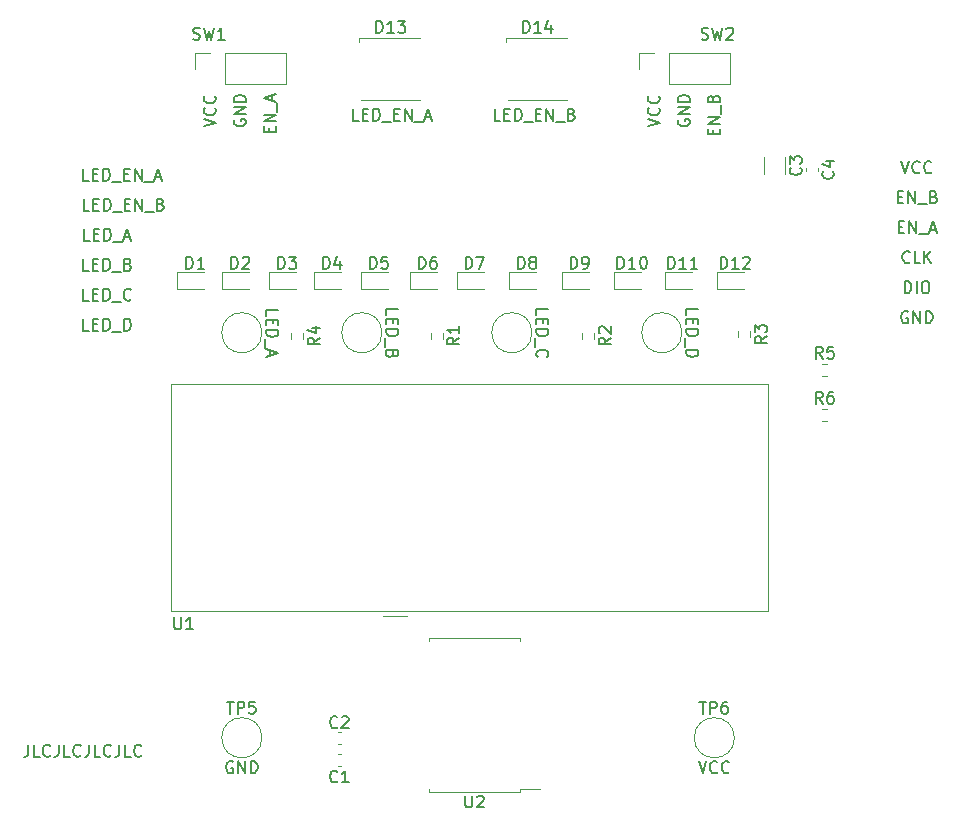
<source format=gbr>
%TF.GenerationSoftware,KiCad,Pcbnew,(5.1.7)-1*%
%TF.CreationDate,2021-04-06T19:20:52+02:00*%
%TF.ProjectId,central-panel,63656e74-7261-46c2-9d70-616e656c2e6b,rev?*%
%TF.SameCoordinates,Original*%
%TF.FileFunction,Legend,Top*%
%TF.FilePolarity,Positive*%
%FSLAX46Y46*%
G04 Gerber Fmt 4.6, Leading zero omitted, Abs format (unit mm)*
G04 Created by KiCad (PCBNEW (5.1.7)-1) date 2021-04-06 19:20:52*
%MOMM*%
%LPD*%
G01*
G04 APERTURE LIST*
%ADD10C,0.150000*%
%ADD11C,0.120000*%
G04 APERTURE END LIST*
D10*
X100774047Y-86832380D02*
X100297857Y-86832380D01*
X100297857Y-85832380D01*
X101107380Y-86308571D02*
X101440714Y-86308571D01*
X101583571Y-86832380D02*
X101107380Y-86832380D01*
X101107380Y-85832380D01*
X101583571Y-85832380D01*
X102012142Y-86832380D02*
X102012142Y-85832380D01*
X102250238Y-85832380D01*
X102393095Y-85880000D01*
X102488333Y-85975238D01*
X102535952Y-86070476D01*
X102583571Y-86260952D01*
X102583571Y-86403809D01*
X102535952Y-86594285D01*
X102488333Y-86689523D01*
X102393095Y-86784761D01*
X102250238Y-86832380D01*
X102012142Y-86832380D01*
X102774047Y-86927619D02*
X103535952Y-86927619D01*
X103774047Y-86308571D02*
X104107380Y-86308571D01*
X104250238Y-86832380D02*
X103774047Y-86832380D01*
X103774047Y-85832380D01*
X104250238Y-85832380D01*
X104678809Y-86832380D02*
X104678809Y-85832380D01*
X105250238Y-86832380D01*
X105250238Y-85832380D01*
X105488333Y-86927619D02*
X106250238Y-86927619D01*
X106821666Y-86308571D02*
X106964523Y-86356190D01*
X107012142Y-86403809D01*
X107059761Y-86499047D01*
X107059761Y-86641904D01*
X107012142Y-86737142D01*
X106964523Y-86784761D01*
X106869285Y-86832380D01*
X106488333Y-86832380D01*
X106488333Y-85832380D01*
X106821666Y-85832380D01*
X106916904Y-85880000D01*
X106964523Y-85927619D01*
X107012142Y-86022857D01*
X107012142Y-86118095D01*
X106964523Y-86213333D01*
X106916904Y-86260952D01*
X106821666Y-86308571D01*
X106488333Y-86308571D01*
X88780476Y-86832380D02*
X88304285Y-86832380D01*
X88304285Y-85832380D01*
X89113809Y-86308571D02*
X89447142Y-86308571D01*
X89590000Y-86832380D02*
X89113809Y-86832380D01*
X89113809Y-85832380D01*
X89590000Y-85832380D01*
X90018571Y-86832380D02*
X90018571Y-85832380D01*
X90256666Y-85832380D01*
X90399523Y-85880000D01*
X90494761Y-85975238D01*
X90542380Y-86070476D01*
X90590000Y-86260952D01*
X90590000Y-86403809D01*
X90542380Y-86594285D01*
X90494761Y-86689523D01*
X90399523Y-86784761D01*
X90256666Y-86832380D01*
X90018571Y-86832380D01*
X90780476Y-86927619D02*
X91542380Y-86927619D01*
X91780476Y-86308571D02*
X92113809Y-86308571D01*
X92256666Y-86832380D02*
X91780476Y-86832380D01*
X91780476Y-85832380D01*
X92256666Y-85832380D01*
X92685238Y-86832380D02*
X92685238Y-85832380D01*
X93256666Y-86832380D01*
X93256666Y-85832380D01*
X93494761Y-86927619D02*
X94256666Y-86927619D01*
X94447142Y-86546666D02*
X94923333Y-86546666D01*
X94351904Y-86832380D02*
X94685238Y-85832380D01*
X95018571Y-86832380D01*
X135278095Y-103025000D02*
X135182857Y-102977380D01*
X135040000Y-102977380D01*
X134897142Y-103025000D01*
X134801904Y-103120238D01*
X134754285Y-103215476D01*
X134706666Y-103405952D01*
X134706666Y-103548809D01*
X134754285Y-103739285D01*
X134801904Y-103834523D01*
X134897142Y-103929761D01*
X135040000Y-103977380D01*
X135135238Y-103977380D01*
X135278095Y-103929761D01*
X135325714Y-103882142D01*
X135325714Y-103548809D01*
X135135238Y-103548809D01*
X135754285Y-103977380D02*
X135754285Y-102977380D01*
X136325714Y-103977380D01*
X136325714Y-102977380D01*
X136801904Y-103977380D02*
X136801904Y-102977380D01*
X137040000Y-102977380D01*
X137182857Y-103025000D01*
X137278095Y-103120238D01*
X137325714Y-103215476D01*
X137373333Y-103405952D01*
X137373333Y-103548809D01*
X137325714Y-103739285D01*
X137278095Y-103834523D01*
X137182857Y-103929761D01*
X137040000Y-103977380D01*
X136801904Y-103977380D01*
X135016190Y-101437380D02*
X135016190Y-100437380D01*
X135254285Y-100437380D01*
X135397142Y-100485000D01*
X135492380Y-100580238D01*
X135540000Y-100675476D01*
X135587619Y-100865952D01*
X135587619Y-101008809D01*
X135540000Y-101199285D01*
X135492380Y-101294523D01*
X135397142Y-101389761D01*
X135254285Y-101437380D01*
X135016190Y-101437380D01*
X136016190Y-101437380D02*
X136016190Y-100437380D01*
X136682857Y-100437380D02*
X136873333Y-100437380D01*
X136968571Y-100485000D01*
X137063809Y-100580238D01*
X137111428Y-100770714D01*
X137111428Y-101104047D01*
X137063809Y-101294523D01*
X136968571Y-101389761D01*
X136873333Y-101437380D01*
X136682857Y-101437380D01*
X136587619Y-101389761D01*
X136492380Y-101294523D01*
X136444761Y-101104047D01*
X136444761Y-100770714D01*
X136492380Y-100580238D01*
X136587619Y-100485000D01*
X136682857Y-100437380D01*
X135444761Y-98802142D02*
X135397142Y-98849761D01*
X135254285Y-98897380D01*
X135159047Y-98897380D01*
X135016190Y-98849761D01*
X134920952Y-98754523D01*
X134873333Y-98659285D01*
X134825714Y-98468809D01*
X134825714Y-98325952D01*
X134873333Y-98135476D01*
X134920952Y-98040238D01*
X135016190Y-97945000D01*
X135159047Y-97897380D01*
X135254285Y-97897380D01*
X135397142Y-97945000D01*
X135444761Y-97992619D01*
X136349523Y-98897380D02*
X135873333Y-98897380D01*
X135873333Y-97897380D01*
X136682857Y-98897380D02*
X136682857Y-97897380D01*
X137254285Y-98897380D02*
X136825714Y-98325952D01*
X137254285Y-97897380D02*
X136682857Y-98468809D01*
X134492380Y-95833571D02*
X134825714Y-95833571D01*
X134968571Y-96357380D02*
X134492380Y-96357380D01*
X134492380Y-95357380D01*
X134968571Y-95357380D01*
X135397142Y-96357380D02*
X135397142Y-95357380D01*
X135968571Y-96357380D01*
X135968571Y-95357380D01*
X136206666Y-96452619D02*
X136968571Y-96452619D01*
X137159047Y-96071666D02*
X137635238Y-96071666D01*
X137063809Y-96357380D02*
X137397142Y-95357380D01*
X137730476Y-96357380D01*
X134420952Y-93293571D02*
X134754285Y-93293571D01*
X134897142Y-93817380D02*
X134420952Y-93817380D01*
X134420952Y-92817380D01*
X134897142Y-92817380D01*
X135325714Y-93817380D02*
X135325714Y-92817380D01*
X135897142Y-93817380D01*
X135897142Y-92817380D01*
X136135238Y-93912619D02*
X136897142Y-93912619D01*
X137468571Y-93293571D02*
X137611428Y-93341190D01*
X137659047Y-93388809D01*
X137706666Y-93484047D01*
X137706666Y-93626904D01*
X137659047Y-93722142D01*
X137611428Y-93769761D01*
X137516190Y-93817380D01*
X137135238Y-93817380D01*
X137135238Y-92817380D01*
X137468571Y-92817380D01*
X137563809Y-92865000D01*
X137611428Y-92912619D01*
X137659047Y-93007857D01*
X137659047Y-93103095D01*
X137611428Y-93198333D01*
X137563809Y-93245952D01*
X137468571Y-93293571D01*
X137135238Y-93293571D01*
X134706666Y-90277380D02*
X135040000Y-91277380D01*
X135373333Y-90277380D01*
X136278095Y-91182142D02*
X136230476Y-91229761D01*
X136087619Y-91277380D01*
X135992380Y-91277380D01*
X135849523Y-91229761D01*
X135754285Y-91134523D01*
X135706666Y-91039285D01*
X135659047Y-90848809D01*
X135659047Y-90705952D01*
X135706666Y-90515476D01*
X135754285Y-90420238D01*
X135849523Y-90325000D01*
X135992380Y-90277380D01*
X136087619Y-90277380D01*
X136230476Y-90325000D01*
X136278095Y-90372619D01*
X137278095Y-91182142D02*
X137230476Y-91229761D01*
X137087619Y-91277380D01*
X136992380Y-91277380D01*
X136849523Y-91229761D01*
X136754285Y-91134523D01*
X136706666Y-91039285D01*
X136659047Y-90848809D01*
X136659047Y-90705952D01*
X136706666Y-90515476D01*
X136754285Y-90420238D01*
X136849523Y-90325000D01*
X136992380Y-90277380D01*
X137087619Y-90277380D01*
X137230476Y-90325000D01*
X137278095Y-90372619D01*
X60808952Y-139680380D02*
X60808952Y-140394666D01*
X60761333Y-140537523D01*
X60666095Y-140632761D01*
X60523238Y-140680380D01*
X60428000Y-140680380D01*
X61761333Y-140680380D02*
X61285142Y-140680380D01*
X61285142Y-139680380D01*
X62666095Y-140585142D02*
X62618476Y-140632761D01*
X62475619Y-140680380D01*
X62380380Y-140680380D01*
X62237523Y-140632761D01*
X62142285Y-140537523D01*
X62094666Y-140442285D01*
X62047047Y-140251809D01*
X62047047Y-140108952D01*
X62094666Y-139918476D01*
X62142285Y-139823238D01*
X62237523Y-139728000D01*
X62380380Y-139680380D01*
X62475619Y-139680380D01*
X62618476Y-139728000D01*
X62666095Y-139775619D01*
X63380380Y-139680380D02*
X63380380Y-140394666D01*
X63332761Y-140537523D01*
X63237523Y-140632761D01*
X63094666Y-140680380D01*
X62999428Y-140680380D01*
X64332761Y-140680380D02*
X63856571Y-140680380D01*
X63856571Y-139680380D01*
X65237523Y-140585142D02*
X65189904Y-140632761D01*
X65047047Y-140680380D01*
X64951809Y-140680380D01*
X64808952Y-140632761D01*
X64713714Y-140537523D01*
X64666095Y-140442285D01*
X64618476Y-140251809D01*
X64618476Y-140108952D01*
X64666095Y-139918476D01*
X64713714Y-139823238D01*
X64808952Y-139728000D01*
X64951809Y-139680380D01*
X65047047Y-139680380D01*
X65189904Y-139728000D01*
X65237523Y-139775619D01*
X65951809Y-139680380D02*
X65951809Y-140394666D01*
X65904190Y-140537523D01*
X65808952Y-140632761D01*
X65666095Y-140680380D01*
X65570857Y-140680380D01*
X66904190Y-140680380D02*
X66428000Y-140680380D01*
X66428000Y-139680380D01*
X67808952Y-140585142D02*
X67761333Y-140632761D01*
X67618476Y-140680380D01*
X67523238Y-140680380D01*
X67380380Y-140632761D01*
X67285142Y-140537523D01*
X67237523Y-140442285D01*
X67189904Y-140251809D01*
X67189904Y-140108952D01*
X67237523Y-139918476D01*
X67285142Y-139823238D01*
X67380380Y-139728000D01*
X67523238Y-139680380D01*
X67618476Y-139680380D01*
X67761333Y-139728000D01*
X67808952Y-139775619D01*
X68523238Y-139680380D02*
X68523238Y-140394666D01*
X68475619Y-140537523D01*
X68380380Y-140632761D01*
X68237523Y-140680380D01*
X68142285Y-140680380D01*
X69475619Y-140680380D02*
X68999428Y-140680380D01*
X68999428Y-139680380D01*
X70380380Y-140585142D02*
X70332761Y-140632761D01*
X70189904Y-140680380D01*
X70094666Y-140680380D01*
X69951809Y-140632761D01*
X69856571Y-140537523D01*
X69808952Y-140442285D01*
X69761333Y-140251809D01*
X69761333Y-140108952D01*
X69808952Y-139918476D01*
X69856571Y-139823238D01*
X69951809Y-139728000D01*
X70094666Y-139680380D01*
X70189904Y-139680380D01*
X70332761Y-139728000D01*
X70380380Y-139775619D01*
X118823571Y-87999047D02*
X118823571Y-87665714D01*
X119347380Y-87522857D02*
X119347380Y-87999047D01*
X118347380Y-87999047D01*
X118347380Y-87522857D01*
X119347380Y-87094285D02*
X118347380Y-87094285D01*
X119347380Y-86522857D01*
X118347380Y-86522857D01*
X119442619Y-86284761D02*
X119442619Y-85522857D01*
X118823571Y-84951428D02*
X118871190Y-84808571D01*
X118918809Y-84760952D01*
X119014047Y-84713333D01*
X119156904Y-84713333D01*
X119252142Y-84760952D01*
X119299761Y-84808571D01*
X119347380Y-84903809D01*
X119347380Y-85284761D01*
X118347380Y-85284761D01*
X118347380Y-84951428D01*
X118395000Y-84856190D01*
X118442619Y-84808571D01*
X118537857Y-84760952D01*
X118633095Y-84760952D01*
X118728333Y-84808571D01*
X118775952Y-84856190D01*
X118823571Y-84951428D01*
X118823571Y-85284761D01*
X115855000Y-86760904D02*
X115807380Y-86856142D01*
X115807380Y-86999000D01*
X115855000Y-87141857D01*
X115950238Y-87237095D01*
X116045476Y-87284714D01*
X116235952Y-87332333D01*
X116378809Y-87332333D01*
X116569285Y-87284714D01*
X116664523Y-87237095D01*
X116759761Y-87141857D01*
X116807380Y-86999000D01*
X116807380Y-86903761D01*
X116759761Y-86760904D01*
X116712142Y-86713285D01*
X116378809Y-86713285D01*
X116378809Y-86903761D01*
X116807380Y-86284714D02*
X115807380Y-86284714D01*
X116807380Y-85713285D01*
X115807380Y-85713285D01*
X116807380Y-85237095D02*
X115807380Y-85237095D01*
X115807380Y-84999000D01*
X115855000Y-84856142D01*
X115950238Y-84760904D01*
X116045476Y-84713285D01*
X116235952Y-84665666D01*
X116378809Y-84665666D01*
X116569285Y-84713285D01*
X116664523Y-84760904D01*
X116759761Y-84856142D01*
X116807380Y-84999000D01*
X116807380Y-85237095D01*
X113267380Y-87332333D02*
X114267380Y-86999000D01*
X113267380Y-86665666D01*
X114172142Y-85760904D02*
X114219761Y-85808523D01*
X114267380Y-85951380D01*
X114267380Y-86046619D01*
X114219761Y-86189476D01*
X114124523Y-86284714D01*
X114029285Y-86332333D01*
X113838809Y-86379952D01*
X113695952Y-86379952D01*
X113505476Y-86332333D01*
X113410238Y-86284714D01*
X113315000Y-86189476D01*
X113267380Y-86046619D01*
X113267380Y-85951380D01*
X113315000Y-85808523D01*
X113362619Y-85760904D01*
X114172142Y-84760904D02*
X114219761Y-84808523D01*
X114267380Y-84951380D01*
X114267380Y-85046619D01*
X114219761Y-85189476D01*
X114124523Y-85284714D01*
X114029285Y-85332333D01*
X113838809Y-85379952D01*
X113695952Y-85379952D01*
X113505476Y-85332333D01*
X113410238Y-85284714D01*
X113315000Y-85189476D01*
X113267380Y-85046619D01*
X113267380Y-84951380D01*
X113315000Y-84808523D01*
X113362619Y-84760904D01*
X81231571Y-87800619D02*
X81231571Y-87467285D01*
X81755380Y-87324428D02*
X81755380Y-87800619D01*
X80755380Y-87800619D01*
X80755380Y-87324428D01*
X81755380Y-86895857D02*
X80755380Y-86895857D01*
X81755380Y-86324428D01*
X80755380Y-86324428D01*
X81850619Y-86086333D02*
X81850619Y-85324428D01*
X81469666Y-85133952D02*
X81469666Y-84657761D01*
X81755380Y-85229190D02*
X80755380Y-84895857D01*
X81755380Y-84562523D01*
X78263000Y-86760904D02*
X78215380Y-86856142D01*
X78215380Y-86999000D01*
X78263000Y-87141857D01*
X78358238Y-87237095D01*
X78453476Y-87284714D01*
X78643952Y-87332333D01*
X78786809Y-87332333D01*
X78977285Y-87284714D01*
X79072523Y-87237095D01*
X79167761Y-87141857D01*
X79215380Y-86999000D01*
X79215380Y-86903761D01*
X79167761Y-86760904D01*
X79120142Y-86713285D01*
X78786809Y-86713285D01*
X78786809Y-86903761D01*
X79215380Y-86284714D02*
X78215380Y-86284714D01*
X79215380Y-85713285D01*
X78215380Y-85713285D01*
X79215380Y-85237095D02*
X78215380Y-85237095D01*
X78215380Y-84999000D01*
X78263000Y-84856142D01*
X78358238Y-84760904D01*
X78453476Y-84713285D01*
X78643952Y-84665666D01*
X78786809Y-84665666D01*
X78977285Y-84713285D01*
X79072523Y-84760904D01*
X79167761Y-84856142D01*
X79215380Y-84999000D01*
X79215380Y-85237095D01*
X75675380Y-87332333D02*
X76675380Y-86999000D01*
X75675380Y-86665666D01*
X76580142Y-85760904D02*
X76627761Y-85808523D01*
X76675380Y-85951380D01*
X76675380Y-86046619D01*
X76627761Y-86189476D01*
X76532523Y-86284714D01*
X76437285Y-86332333D01*
X76246809Y-86379952D01*
X76103952Y-86379952D01*
X75913476Y-86332333D01*
X75818238Y-86284714D01*
X75723000Y-86189476D01*
X75675380Y-86046619D01*
X75675380Y-85951380D01*
X75723000Y-85808523D01*
X75770619Y-85760904D01*
X76580142Y-84760904D02*
X76627761Y-84808523D01*
X76675380Y-84951380D01*
X76675380Y-85046619D01*
X76627761Y-85189476D01*
X76532523Y-85284714D01*
X76437285Y-85332333D01*
X76246809Y-85379952D01*
X76103952Y-85379952D01*
X75913476Y-85332333D01*
X75818238Y-85284714D01*
X75723000Y-85189476D01*
X75675380Y-85046619D01*
X75675380Y-84951380D01*
X75723000Y-84808523D01*
X75770619Y-84760904D01*
X65936190Y-104612380D02*
X65460000Y-104612380D01*
X65460000Y-103612380D01*
X66269523Y-104088571D02*
X66602857Y-104088571D01*
X66745714Y-104612380D02*
X66269523Y-104612380D01*
X66269523Y-103612380D01*
X66745714Y-103612380D01*
X67174285Y-104612380D02*
X67174285Y-103612380D01*
X67412380Y-103612380D01*
X67555238Y-103660000D01*
X67650476Y-103755238D01*
X67698095Y-103850476D01*
X67745714Y-104040952D01*
X67745714Y-104183809D01*
X67698095Y-104374285D01*
X67650476Y-104469523D01*
X67555238Y-104564761D01*
X67412380Y-104612380D01*
X67174285Y-104612380D01*
X67936190Y-104707619D02*
X68698095Y-104707619D01*
X68936190Y-104612380D02*
X68936190Y-103612380D01*
X69174285Y-103612380D01*
X69317142Y-103660000D01*
X69412380Y-103755238D01*
X69460000Y-103850476D01*
X69507619Y-104040952D01*
X69507619Y-104183809D01*
X69460000Y-104374285D01*
X69412380Y-104469523D01*
X69317142Y-104564761D01*
X69174285Y-104612380D01*
X68936190Y-104612380D01*
X65936190Y-102072380D02*
X65460000Y-102072380D01*
X65460000Y-101072380D01*
X66269523Y-101548571D02*
X66602857Y-101548571D01*
X66745714Y-102072380D02*
X66269523Y-102072380D01*
X66269523Y-101072380D01*
X66745714Y-101072380D01*
X67174285Y-102072380D02*
X67174285Y-101072380D01*
X67412380Y-101072380D01*
X67555238Y-101120000D01*
X67650476Y-101215238D01*
X67698095Y-101310476D01*
X67745714Y-101500952D01*
X67745714Y-101643809D01*
X67698095Y-101834285D01*
X67650476Y-101929523D01*
X67555238Y-102024761D01*
X67412380Y-102072380D01*
X67174285Y-102072380D01*
X67936190Y-102167619D02*
X68698095Y-102167619D01*
X69507619Y-101977142D02*
X69460000Y-102024761D01*
X69317142Y-102072380D01*
X69221904Y-102072380D01*
X69079047Y-102024761D01*
X68983809Y-101929523D01*
X68936190Y-101834285D01*
X68888571Y-101643809D01*
X68888571Y-101500952D01*
X68936190Y-101310476D01*
X68983809Y-101215238D01*
X69079047Y-101120000D01*
X69221904Y-101072380D01*
X69317142Y-101072380D01*
X69460000Y-101120000D01*
X69507619Y-101167619D01*
X65936190Y-99532380D02*
X65460000Y-99532380D01*
X65460000Y-98532380D01*
X66269523Y-99008571D02*
X66602857Y-99008571D01*
X66745714Y-99532380D02*
X66269523Y-99532380D01*
X66269523Y-98532380D01*
X66745714Y-98532380D01*
X67174285Y-99532380D02*
X67174285Y-98532380D01*
X67412380Y-98532380D01*
X67555238Y-98580000D01*
X67650476Y-98675238D01*
X67698095Y-98770476D01*
X67745714Y-98960952D01*
X67745714Y-99103809D01*
X67698095Y-99294285D01*
X67650476Y-99389523D01*
X67555238Y-99484761D01*
X67412380Y-99532380D01*
X67174285Y-99532380D01*
X67936190Y-99627619D02*
X68698095Y-99627619D01*
X69269523Y-99008571D02*
X69412380Y-99056190D01*
X69460000Y-99103809D01*
X69507619Y-99199047D01*
X69507619Y-99341904D01*
X69460000Y-99437142D01*
X69412380Y-99484761D01*
X69317142Y-99532380D01*
X68936190Y-99532380D01*
X68936190Y-98532380D01*
X69269523Y-98532380D01*
X69364761Y-98580000D01*
X69412380Y-98627619D01*
X69460000Y-98722857D01*
X69460000Y-98818095D01*
X69412380Y-98913333D01*
X69364761Y-98960952D01*
X69269523Y-99008571D01*
X68936190Y-99008571D01*
X66007619Y-96992380D02*
X65531428Y-96992380D01*
X65531428Y-95992380D01*
X66340952Y-96468571D02*
X66674285Y-96468571D01*
X66817142Y-96992380D02*
X66340952Y-96992380D01*
X66340952Y-95992380D01*
X66817142Y-95992380D01*
X67245714Y-96992380D02*
X67245714Y-95992380D01*
X67483809Y-95992380D01*
X67626666Y-96040000D01*
X67721904Y-96135238D01*
X67769523Y-96230476D01*
X67817142Y-96420952D01*
X67817142Y-96563809D01*
X67769523Y-96754285D01*
X67721904Y-96849523D01*
X67626666Y-96944761D01*
X67483809Y-96992380D01*
X67245714Y-96992380D01*
X68007619Y-97087619D02*
X68769523Y-97087619D01*
X68960000Y-96706666D02*
X69436190Y-96706666D01*
X68864761Y-96992380D02*
X69198095Y-95992380D01*
X69531428Y-96992380D01*
X65976047Y-94452380D02*
X65499857Y-94452380D01*
X65499857Y-93452380D01*
X66309380Y-93928571D02*
X66642714Y-93928571D01*
X66785571Y-94452380D02*
X66309380Y-94452380D01*
X66309380Y-93452380D01*
X66785571Y-93452380D01*
X67214142Y-94452380D02*
X67214142Y-93452380D01*
X67452238Y-93452380D01*
X67595095Y-93500000D01*
X67690333Y-93595238D01*
X67737952Y-93690476D01*
X67785571Y-93880952D01*
X67785571Y-94023809D01*
X67737952Y-94214285D01*
X67690333Y-94309523D01*
X67595095Y-94404761D01*
X67452238Y-94452380D01*
X67214142Y-94452380D01*
X67976047Y-94547619D02*
X68737952Y-94547619D01*
X68976047Y-93928571D02*
X69309380Y-93928571D01*
X69452238Y-94452380D02*
X68976047Y-94452380D01*
X68976047Y-93452380D01*
X69452238Y-93452380D01*
X69880809Y-94452380D02*
X69880809Y-93452380D01*
X70452238Y-94452380D01*
X70452238Y-93452380D01*
X70690333Y-94547619D02*
X71452238Y-94547619D01*
X72023666Y-93928571D02*
X72166523Y-93976190D01*
X72214142Y-94023809D01*
X72261761Y-94119047D01*
X72261761Y-94261904D01*
X72214142Y-94357142D01*
X72166523Y-94404761D01*
X72071285Y-94452380D01*
X71690333Y-94452380D01*
X71690333Y-93452380D01*
X72023666Y-93452380D01*
X72118904Y-93500000D01*
X72166523Y-93547619D01*
X72214142Y-93642857D01*
X72214142Y-93738095D01*
X72166523Y-93833333D01*
X72118904Y-93880952D01*
X72023666Y-93928571D01*
X71690333Y-93928571D01*
X65920476Y-91912380D02*
X65444285Y-91912380D01*
X65444285Y-90912380D01*
X66253809Y-91388571D02*
X66587142Y-91388571D01*
X66730000Y-91912380D02*
X66253809Y-91912380D01*
X66253809Y-90912380D01*
X66730000Y-90912380D01*
X67158571Y-91912380D02*
X67158571Y-90912380D01*
X67396666Y-90912380D01*
X67539523Y-90960000D01*
X67634761Y-91055238D01*
X67682380Y-91150476D01*
X67730000Y-91340952D01*
X67730000Y-91483809D01*
X67682380Y-91674285D01*
X67634761Y-91769523D01*
X67539523Y-91864761D01*
X67396666Y-91912380D01*
X67158571Y-91912380D01*
X67920476Y-92007619D02*
X68682380Y-92007619D01*
X68920476Y-91388571D02*
X69253809Y-91388571D01*
X69396666Y-91912380D02*
X68920476Y-91912380D01*
X68920476Y-90912380D01*
X69396666Y-90912380D01*
X69825238Y-91912380D02*
X69825238Y-90912380D01*
X70396666Y-91912380D01*
X70396666Y-90912380D01*
X70634761Y-92007619D02*
X71396666Y-92007619D01*
X71587142Y-91626666D02*
X72063333Y-91626666D01*
X71491904Y-91912380D02*
X71825238Y-90912380D01*
X72158571Y-91912380D01*
X116537619Y-103271190D02*
X116537619Y-102795000D01*
X117537619Y-102795000D01*
X117061428Y-103604523D02*
X117061428Y-103937857D01*
X116537619Y-104080714D02*
X116537619Y-103604523D01*
X117537619Y-103604523D01*
X117537619Y-104080714D01*
X116537619Y-104509285D02*
X117537619Y-104509285D01*
X117537619Y-104747380D01*
X117490000Y-104890238D01*
X117394761Y-104985476D01*
X117299523Y-105033095D01*
X117109047Y-105080714D01*
X116966190Y-105080714D01*
X116775714Y-105033095D01*
X116680476Y-104985476D01*
X116585238Y-104890238D01*
X116537619Y-104747380D01*
X116537619Y-104509285D01*
X116442380Y-105271190D02*
X116442380Y-106033095D01*
X116537619Y-106271190D02*
X117537619Y-106271190D01*
X117537619Y-106509285D01*
X117490000Y-106652142D01*
X117394761Y-106747380D01*
X117299523Y-106795000D01*
X117109047Y-106842619D01*
X116966190Y-106842619D01*
X116775714Y-106795000D01*
X116680476Y-106747380D01*
X116585238Y-106652142D01*
X116537619Y-106509285D01*
X116537619Y-106271190D01*
X103837619Y-103271190D02*
X103837619Y-102795000D01*
X104837619Y-102795000D01*
X104361428Y-103604523D02*
X104361428Y-103937857D01*
X103837619Y-104080714D02*
X103837619Y-103604523D01*
X104837619Y-103604523D01*
X104837619Y-104080714D01*
X103837619Y-104509285D02*
X104837619Y-104509285D01*
X104837619Y-104747380D01*
X104790000Y-104890238D01*
X104694761Y-104985476D01*
X104599523Y-105033095D01*
X104409047Y-105080714D01*
X104266190Y-105080714D01*
X104075714Y-105033095D01*
X103980476Y-104985476D01*
X103885238Y-104890238D01*
X103837619Y-104747380D01*
X103837619Y-104509285D01*
X103742380Y-105271190D02*
X103742380Y-106033095D01*
X103932857Y-106842619D02*
X103885238Y-106795000D01*
X103837619Y-106652142D01*
X103837619Y-106556904D01*
X103885238Y-106414047D01*
X103980476Y-106318809D01*
X104075714Y-106271190D01*
X104266190Y-106223571D01*
X104409047Y-106223571D01*
X104599523Y-106271190D01*
X104694761Y-106318809D01*
X104790000Y-106414047D01*
X104837619Y-106556904D01*
X104837619Y-106652142D01*
X104790000Y-106795000D01*
X104742380Y-106842619D01*
X91137619Y-103271190D02*
X91137619Y-102795000D01*
X92137619Y-102795000D01*
X91661428Y-103604523D02*
X91661428Y-103937857D01*
X91137619Y-104080714D02*
X91137619Y-103604523D01*
X92137619Y-103604523D01*
X92137619Y-104080714D01*
X91137619Y-104509285D02*
X92137619Y-104509285D01*
X92137619Y-104747380D01*
X92090000Y-104890238D01*
X91994761Y-104985476D01*
X91899523Y-105033095D01*
X91709047Y-105080714D01*
X91566190Y-105080714D01*
X91375714Y-105033095D01*
X91280476Y-104985476D01*
X91185238Y-104890238D01*
X91137619Y-104747380D01*
X91137619Y-104509285D01*
X91042380Y-105271190D02*
X91042380Y-106033095D01*
X91661428Y-106604523D02*
X91613809Y-106747380D01*
X91566190Y-106795000D01*
X91470952Y-106842619D01*
X91328095Y-106842619D01*
X91232857Y-106795000D01*
X91185238Y-106747380D01*
X91137619Y-106652142D01*
X91137619Y-106271190D01*
X92137619Y-106271190D01*
X92137619Y-106604523D01*
X92090000Y-106699761D01*
X92042380Y-106747380D01*
X91947142Y-106795000D01*
X91851904Y-106795000D01*
X91756666Y-106747380D01*
X91709047Y-106699761D01*
X91661428Y-106604523D01*
X91661428Y-106271190D01*
X80977619Y-103342619D02*
X80977619Y-102866428D01*
X81977619Y-102866428D01*
X81501428Y-103675952D02*
X81501428Y-104009285D01*
X80977619Y-104152142D02*
X80977619Y-103675952D01*
X81977619Y-103675952D01*
X81977619Y-104152142D01*
X80977619Y-104580714D02*
X81977619Y-104580714D01*
X81977619Y-104818809D01*
X81930000Y-104961666D01*
X81834761Y-105056904D01*
X81739523Y-105104523D01*
X81549047Y-105152142D01*
X81406190Y-105152142D01*
X81215714Y-105104523D01*
X81120476Y-105056904D01*
X81025238Y-104961666D01*
X80977619Y-104818809D01*
X80977619Y-104580714D01*
X80882380Y-105342619D02*
X80882380Y-106104523D01*
X81263333Y-106295000D02*
X81263333Y-106771190D01*
X80977619Y-106199761D02*
X81977619Y-106533095D01*
X80977619Y-106866428D01*
X117561666Y-141077380D02*
X117895000Y-142077380D01*
X118228333Y-141077380D01*
X119133095Y-141982142D02*
X119085476Y-142029761D01*
X118942619Y-142077380D01*
X118847380Y-142077380D01*
X118704523Y-142029761D01*
X118609285Y-141934523D01*
X118561666Y-141839285D01*
X118514047Y-141648809D01*
X118514047Y-141505952D01*
X118561666Y-141315476D01*
X118609285Y-141220238D01*
X118704523Y-141125000D01*
X118847380Y-141077380D01*
X118942619Y-141077380D01*
X119085476Y-141125000D01*
X119133095Y-141172619D01*
X120133095Y-141982142D02*
X120085476Y-142029761D01*
X119942619Y-142077380D01*
X119847380Y-142077380D01*
X119704523Y-142029761D01*
X119609285Y-141934523D01*
X119561666Y-141839285D01*
X119514047Y-141648809D01*
X119514047Y-141505952D01*
X119561666Y-141315476D01*
X119609285Y-141220238D01*
X119704523Y-141125000D01*
X119847380Y-141077380D01*
X119942619Y-141077380D01*
X120085476Y-141125000D01*
X120133095Y-141172619D01*
X78128095Y-141125000D02*
X78032857Y-141077380D01*
X77890000Y-141077380D01*
X77747142Y-141125000D01*
X77651904Y-141220238D01*
X77604285Y-141315476D01*
X77556666Y-141505952D01*
X77556666Y-141648809D01*
X77604285Y-141839285D01*
X77651904Y-141934523D01*
X77747142Y-142029761D01*
X77890000Y-142077380D01*
X77985238Y-142077380D01*
X78128095Y-142029761D01*
X78175714Y-141982142D01*
X78175714Y-141648809D01*
X77985238Y-141648809D01*
X78604285Y-142077380D02*
X78604285Y-141077380D01*
X79175714Y-142077380D01*
X79175714Y-141077380D01*
X79651904Y-142077380D02*
X79651904Y-141077380D01*
X79890000Y-141077380D01*
X80032857Y-141125000D01*
X80128095Y-141220238D01*
X80175714Y-141315476D01*
X80223333Y-141505952D01*
X80223333Y-141648809D01*
X80175714Y-141839285D01*
X80128095Y-141934523D01*
X80032857Y-142029761D01*
X79890000Y-142077380D01*
X79651904Y-142077380D01*
D11*
%TO.C,C3*%
X124885000Y-89937748D02*
X124885000Y-91360252D01*
X123065000Y-89937748D02*
X123065000Y-91360252D01*
%TO.C,TP6*%
X120595000Y-139085000D02*
G75*
G03*
X120595000Y-139085000I-1700000J0D01*
G01*
%TO.C,U2*%
X102435000Y-143455000D02*
X104125000Y-143455000D01*
X102435000Y-143690000D02*
X102435000Y-143455000D01*
X98575000Y-143690000D02*
X102435000Y-143690000D01*
X94715000Y-143690000D02*
X94715000Y-143455000D01*
X98575000Y-143690000D02*
X94715000Y-143690000D01*
X102435000Y-130670000D02*
X102435000Y-130905000D01*
X98575000Y-130670000D02*
X102435000Y-130670000D01*
X94715000Y-130670000D02*
X94715000Y-130905000D01*
X98575000Y-130670000D02*
X94715000Y-130670000D01*
%TO.C,R6*%
X127992742Y-112302500D02*
X128467258Y-112302500D01*
X127992742Y-111257500D02*
X128467258Y-111257500D01*
%TO.C,R5*%
X127992742Y-108492500D02*
X128467258Y-108492500D01*
X127992742Y-107447500D02*
X128467258Y-107447500D01*
%TO.C,C4*%
X126640000Y-90824420D02*
X126640000Y-91105580D01*
X127660000Y-90824420D02*
X127660000Y-91105580D01*
%TO.C,C2*%
X87285580Y-138575000D02*
X87004420Y-138575000D01*
X87285580Y-139595000D02*
X87004420Y-139595000D01*
%TO.C,C1*%
X87285580Y-140480000D02*
X87004420Y-140480000D01*
X87285580Y-141500000D02*
X87004420Y-141500000D01*
%TO.C,TP5*%
X80590000Y-139085000D02*
G75*
G03*
X80590000Y-139085000I-1700000J0D01*
G01*
%TO.C,TP4*%
X116150000Y-104795000D02*
G75*
G03*
X116150000Y-104795000I-1700000J0D01*
G01*
%TO.C,TP3*%
X103450000Y-104795000D02*
G75*
G03*
X103450000Y-104795000I-1700000J0D01*
G01*
%TO.C,TP2*%
X90750000Y-104795000D02*
G75*
G03*
X90750000Y-104795000I-1700000J0D01*
G01*
%TO.C,TP1*%
X80590000Y-104795000D02*
G75*
G03*
X80590000Y-104795000I-1700000J0D01*
G01*
%TO.C,D14*%
X101289000Y-80143000D02*
X101289000Y-79823000D01*
X101409000Y-85063000D02*
X106409000Y-85063000D01*
X101289000Y-79823000D02*
X106409000Y-79823000D01*
%TO.C,D13*%
X88843000Y-80143000D02*
X88843000Y-79823000D01*
X88963000Y-85063000D02*
X93963000Y-85063000D01*
X88843000Y-79823000D02*
X93963000Y-79823000D01*
%TO.C,U1*%
X90844000Y-128765000D02*
X92844000Y-128765000D01*
X123464000Y-109145000D02*
X72924000Y-109145000D01*
X123464000Y-128385000D02*
X123464000Y-109145000D01*
X72924000Y-128385000D02*
X123464000Y-128385000D01*
X72924000Y-128385000D02*
X72924000Y-109145000D01*
%TO.C,SW2*%
X115085000Y-83773000D02*
X115085000Y-81113000D01*
X115085000Y-83773000D02*
X120225000Y-83773000D01*
X120225000Y-83773000D02*
X120225000Y-81113000D01*
X115085000Y-81113000D02*
X120225000Y-81113000D01*
X112485000Y-81113000D02*
X113815000Y-81113000D01*
X112485000Y-82443000D02*
X112485000Y-81113000D01*
%TO.C,SW1*%
X77493000Y-83773000D02*
X77493000Y-81113000D01*
X77493000Y-83773000D02*
X82633000Y-83773000D01*
X82633000Y-83773000D02*
X82633000Y-81113000D01*
X77493000Y-81113000D02*
X82633000Y-81113000D01*
X74893000Y-81113000D02*
X76223000Y-81113000D01*
X74893000Y-82443000D02*
X74893000Y-81113000D01*
%TO.C,R4*%
X83066500Y-104811742D02*
X83066500Y-105286258D01*
X84111500Y-104811742D02*
X84111500Y-105286258D01*
%TO.C,R3*%
X120912500Y-104684742D02*
X120912500Y-105159258D01*
X121957500Y-104684742D02*
X121957500Y-105159258D01*
%TO.C,R2*%
X107704500Y-104811742D02*
X107704500Y-105286258D01*
X108749500Y-104811742D02*
X108749500Y-105286258D01*
%TO.C,R1*%
X94877500Y-104811742D02*
X94877500Y-105286258D01*
X95922500Y-104811742D02*
X95922500Y-105286258D01*
%TO.C,D12*%
X119162500Y-101085000D02*
X121447500Y-101085000D01*
X119162500Y-99615000D02*
X119162500Y-101085000D01*
X121447500Y-99615000D02*
X119162500Y-99615000D01*
%TO.C,D11*%
X114717500Y-101085000D02*
X117002500Y-101085000D01*
X114717500Y-99615000D02*
X114717500Y-101085000D01*
X117002500Y-99615000D02*
X114717500Y-99615000D01*
%TO.C,D10*%
X110425000Y-101085000D02*
X112710000Y-101085000D01*
X110425000Y-99615000D02*
X110425000Y-101085000D01*
X112710000Y-99615000D02*
X110425000Y-99615000D01*
%TO.C,D9*%
X105980000Y-101085000D02*
X108265000Y-101085000D01*
X105980000Y-99615000D02*
X105980000Y-101085000D01*
X108265000Y-99615000D02*
X105980000Y-99615000D01*
%TO.C,D8*%
X101535000Y-101085000D02*
X103820000Y-101085000D01*
X101535000Y-99615000D02*
X101535000Y-101085000D01*
X103820000Y-99615000D02*
X101535000Y-99615000D01*
%TO.C,D7*%
X97090000Y-101085000D02*
X99375000Y-101085000D01*
X97090000Y-99615000D02*
X97090000Y-101085000D01*
X99375000Y-99615000D02*
X97090000Y-99615000D01*
%TO.C,D6*%
X93127500Y-101085000D02*
X95412500Y-101085000D01*
X93127500Y-99615000D02*
X93127500Y-101085000D01*
X95412500Y-99615000D02*
X93127500Y-99615000D01*
%TO.C,D5*%
X88987500Y-101085000D02*
X91272500Y-101085000D01*
X88987500Y-99615000D02*
X88987500Y-101085000D01*
X91272500Y-99615000D02*
X88987500Y-99615000D01*
%TO.C,D4*%
X85025000Y-101085000D02*
X87310000Y-101085000D01*
X85025000Y-99615000D02*
X85025000Y-101085000D01*
X87310000Y-99615000D02*
X85025000Y-99615000D01*
%TO.C,D3*%
X81215000Y-101085000D02*
X83500000Y-101085000D01*
X81215000Y-99615000D02*
X81215000Y-101085000D01*
X83500000Y-99615000D02*
X81215000Y-99615000D01*
%TO.C,D2*%
X77252500Y-101085000D02*
X79537500Y-101085000D01*
X77252500Y-99615000D02*
X77252500Y-101085000D01*
X79537500Y-99615000D02*
X77252500Y-99615000D01*
%TO.C,D1*%
X73442500Y-101085000D02*
X75727500Y-101085000D01*
X73442500Y-99615000D02*
X73442500Y-101085000D01*
X75727500Y-99615000D02*
X73442500Y-99615000D01*
%TO.C,C3*%
D10*
X126182142Y-90815666D02*
X126229761Y-90863285D01*
X126277380Y-91006142D01*
X126277380Y-91101380D01*
X126229761Y-91244238D01*
X126134523Y-91339476D01*
X126039285Y-91387095D01*
X125848809Y-91434714D01*
X125705952Y-91434714D01*
X125515476Y-91387095D01*
X125420238Y-91339476D01*
X125325000Y-91244238D01*
X125277380Y-91101380D01*
X125277380Y-91006142D01*
X125325000Y-90863285D01*
X125372619Y-90815666D01*
X125277380Y-90482333D02*
X125277380Y-89863285D01*
X125658333Y-90196619D01*
X125658333Y-90053761D01*
X125705952Y-89958523D01*
X125753571Y-89910904D01*
X125848809Y-89863285D01*
X126086904Y-89863285D01*
X126182142Y-89910904D01*
X126229761Y-89958523D01*
X126277380Y-90053761D01*
X126277380Y-90339476D01*
X126229761Y-90434714D01*
X126182142Y-90482333D01*
%TO.C,TP6*%
X117633095Y-136039380D02*
X118204523Y-136039380D01*
X117918809Y-137039380D02*
X117918809Y-136039380D01*
X118537857Y-137039380D02*
X118537857Y-136039380D01*
X118918809Y-136039380D01*
X119014047Y-136087000D01*
X119061666Y-136134619D01*
X119109285Y-136229857D01*
X119109285Y-136372714D01*
X119061666Y-136467952D01*
X119014047Y-136515571D01*
X118918809Y-136563190D01*
X118537857Y-136563190D01*
X119966428Y-136039380D02*
X119775952Y-136039380D01*
X119680714Y-136087000D01*
X119633095Y-136134619D01*
X119537857Y-136277476D01*
X119490238Y-136467952D01*
X119490238Y-136848904D01*
X119537857Y-136944142D01*
X119585476Y-136991761D01*
X119680714Y-137039380D01*
X119871190Y-137039380D01*
X119966428Y-136991761D01*
X120014047Y-136944142D01*
X120061666Y-136848904D01*
X120061666Y-136610809D01*
X120014047Y-136515571D01*
X119966428Y-136467952D01*
X119871190Y-136420333D01*
X119680714Y-136420333D01*
X119585476Y-136467952D01*
X119537857Y-136515571D01*
X119490238Y-136610809D01*
%TO.C,U2*%
X97813095Y-143982380D02*
X97813095Y-144791904D01*
X97860714Y-144887142D01*
X97908333Y-144934761D01*
X98003571Y-144982380D01*
X98194047Y-144982380D01*
X98289285Y-144934761D01*
X98336904Y-144887142D01*
X98384523Y-144791904D01*
X98384523Y-143982380D01*
X98813095Y-144077619D02*
X98860714Y-144030000D01*
X98955952Y-143982380D01*
X99194047Y-143982380D01*
X99289285Y-144030000D01*
X99336904Y-144077619D01*
X99384523Y-144172857D01*
X99384523Y-144268095D01*
X99336904Y-144410952D01*
X98765476Y-144982380D01*
X99384523Y-144982380D01*
%TO.C,R6*%
X128063333Y-110802380D02*
X127730000Y-110326190D01*
X127491904Y-110802380D02*
X127491904Y-109802380D01*
X127872857Y-109802380D01*
X127968095Y-109850000D01*
X128015714Y-109897619D01*
X128063333Y-109992857D01*
X128063333Y-110135714D01*
X128015714Y-110230952D01*
X127968095Y-110278571D01*
X127872857Y-110326190D01*
X127491904Y-110326190D01*
X128920476Y-109802380D02*
X128730000Y-109802380D01*
X128634761Y-109850000D01*
X128587142Y-109897619D01*
X128491904Y-110040476D01*
X128444285Y-110230952D01*
X128444285Y-110611904D01*
X128491904Y-110707142D01*
X128539523Y-110754761D01*
X128634761Y-110802380D01*
X128825238Y-110802380D01*
X128920476Y-110754761D01*
X128968095Y-110707142D01*
X129015714Y-110611904D01*
X129015714Y-110373809D01*
X128968095Y-110278571D01*
X128920476Y-110230952D01*
X128825238Y-110183333D01*
X128634761Y-110183333D01*
X128539523Y-110230952D01*
X128491904Y-110278571D01*
X128444285Y-110373809D01*
%TO.C,R5*%
X128063333Y-106992380D02*
X127730000Y-106516190D01*
X127491904Y-106992380D02*
X127491904Y-105992380D01*
X127872857Y-105992380D01*
X127968095Y-106040000D01*
X128015714Y-106087619D01*
X128063333Y-106182857D01*
X128063333Y-106325714D01*
X128015714Y-106420952D01*
X127968095Y-106468571D01*
X127872857Y-106516190D01*
X127491904Y-106516190D01*
X128968095Y-105992380D02*
X128491904Y-105992380D01*
X128444285Y-106468571D01*
X128491904Y-106420952D01*
X128587142Y-106373333D01*
X128825238Y-106373333D01*
X128920476Y-106420952D01*
X128968095Y-106468571D01*
X129015714Y-106563809D01*
X129015714Y-106801904D01*
X128968095Y-106897142D01*
X128920476Y-106944761D01*
X128825238Y-106992380D01*
X128587142Y-106992380D01*
X128491904Y-106944761D01*
X128444285Y-106897142D01*
%TO.C,C4*%
X128937142Y-91131666D02*
X128984761Y-91179285D01*
X129032380Y-91322142D01*
X129032380Y-91417380D01*
X128984761Y-91560238D01*
X128889523Y-91655476D01*
X128794285Y-91703095D01*
X128603809Y-91750714D01*
X128460952Y-91750714D01*
X128270476Y-91703095D01*
X128175238Y-91655476D01*
X128080000Y-91560238D01*
X128032380Y-91417380D01*
X128032380Y-91322142D01*
X128080000Y-91179285D01*
X128127619Y-91131666D01*
X128365714Y-90274523D02*
X129032380Y-90274523D01*
X127984761Y-90512619D02*
X128699047Y-90750714D01*
X128699047Y-90131666D01*
%TO.C,C2*%
X86978333Y-138172142D02*
X86930714Y-138219761D01*
X86787857Y-138267380D01*
X86692619Y-138267380D01*
X86549761Y-138219761D01*
X86454523Y-138124523D01*
X86406904Y-138029285D01*
X86359285Y-137838809D01*
X86359285Y-137695952D01*
X86406904Y-137505476D01*
X86454523Y-137410238D01*
X86549761Y-137315000D01*
X86692619Y-137267380D01*
X86787857Y-137267380D01*
X86930714Y-137315000D01*
X86978333Y-137362619D01*
X87359285Y-137362619D02*
X87406904Y-137315000D01*
X87502142Y-137267380D01*
X87740238Y-137267380D01*
X87835476Y-137315000D01*
X87883095Y-137362619D01*
X87930714Y-137457857D01*
X87930714Y-137553095D01*
X87883095Y-137695952D01*
X87311666Y-138267380D01*
X87930714Y-138267380D01*
%TO.C,C1*%
X86978333Y-142777142D02*
X86930714Y-142824761D01*
X86787857Y-142872380D01*
X86692619Y-142872380D01*
X86549761Y-142824761D01*
X86454523Y-142729523D01*
X86406904Y-142634285D01*
X86359285Y-142443809D01*
X86359285Y-142300952D01*
X86406904Y-142110476D01*
X86454523Y-142015238D01*
X86549761Y-141920000D01*
X86692619Y-141872380D01*
X86787857Y-141872380D01*
X86930714Y-141920000D01*
X86978333Y-141967619D01*
X87930714Y-142872380D02*
X87359285Y-142872380D01*
X87645000Y-142872380D02*
X87645000Y-141872380D01*
X87549761Y-142015238D01*
X87454523Y-142110476D01*
X87359285Y-142158095D01*
%TO.C,TP5*%
X77628095Y-136039380D02*
X78199523Y-136039380D01*
X77913809Y-137039380D02*
X77913809Y-136039380D01*
X78532857Y-137039380D02*
X78532857Y-136039380D01*
X78913809Y-136039380D01*
X79009047Y-136087000D01*
X79056666Y-136134619D01*
X79104285Y-136229857D01*
X79104285Y-136372714D01*
X79056666Y-136467952D01*
X79009047Y-136515571D01*
X78913809Y-136563190D01*
X78532857Y-136563190D01*
X80009047Y-136039380D02*
X79532857Y-136039380D01*
X79485238Y-136515571D01*
X79532857Y-136467952D01*
X79628095Y-136420333D01*
X79866190Y-136420333D01*
X79961428Y-136467952D01*
X80009047Y-136515571D01*
X80056666Y-136610809D01*
X80056666Y-136848904D01*
X80009047Y-136944142D01*
X79961428Y-136991761D01*
X79866190Y-137039380D01*
X79628095Y-137039380D01*
X79532857Y-136991761D01*
X79485238Y-136944142D01*
%TO.C,D14*%
X102694714Y-79395380D02*
X102694714Y-78395380D01*
X102932809Y-78395380D01*
X103075666Y-78443000D01*
X103170904Y-78538238D01*
X103218523Y-78633476D01*
X103266142Y-78823952D01*
X103266142Y-78966809D01*
X103218523Y-79157285D01*
X103170904Y-79252523D01*
X103075666Y-79347761D01*
X102932809Y-79395380D01*
X102694714Y-79395380D01*
X104218523Y-79395380D02*
X103647095Y-79395380D01*
X103932809Y-79395380D02*
X103932809Y-78395380D01*
X103837571Y-78538238D01*
X103742333Y-78633476D01*
X103647095Y-78681095D01*
X105075666Y-78728714D02*
X105075666Y-79395380D01*
X104837571Y-78347761D02*
X104599476Y-79062047D01*
X105218523Y-79062047D01*
%TO.C,D13*%
X90248714Y-79395380D02*
X90248714Y-78395380D01*
X90486809Y-78395380D01*
X90629666Y-78443000D01*
X90724904Y-78538238D01*
X90772523Y-78633476D01*
X90820142Y-78823952D01*
X90820142Y-78966809D01*
X90772523Y-79157285D01*
X90724904Y-79252523D01*
X90629666Y-79347761D01*
X90486809Y-79395380D01*
X90248714Y-79395380D01*
X91772523Y-79395380D02*
X91201095Y-79395380D01*
X91486809Y-79395380D02*
X91486809Y-78395380D01*
X91391571Y-78538238D01*
X91296333Y-78633476D01*
X91201095Y-78681095D01*
X92105857Y-78395380D02*
X92724904Y-78395380D01*
X92391571Y-78776333D01*
X92534428Y-78776333D01*
X92629666Y-78823952D01*
X92677285Y-78871571D01*
X92724904Y-78966809D01*
X92724904Y-79204904D01*
X92677285Y-79300142D01*
X92629666Y-79347761D01*
X92534428Y-79395380D01*
X92248714Y-79395380D01*
X92153476Y-79347761D01*
X92105857Y-79300142D01*
%TO.C,U1*%
X73175095Y-128885380D02*
X73175095Y-129694904D01*
X73222714Y-129790142D01*
X73270333Y-129837761D01*
X73365571Y-129885380D01*
X73556047Y-129885380D01*
X73651285Y-129837761D01*
X73698904Y-129790142D01*
X73746523Y-129694904D01*
X73746523Y-128885380D01*
X74746523Y-129885380D02*
X74175095Y-129885380D01*
X74460809Y-129885380D02*
X74460809Y-128885380D01*
X74365571Y-129028238D01*
X74270333Y-129123476D01*
X74175095Y-129171095D01*
%TO.C,SW2*%
X117815666Y-79926761D02*
X117958523Y-79974380D01*
X118196619Y-79974380D01*
X118291857Y-79926761D01*
X118339476Y-79879142D01*
X118387095Y-79783904D01*
X118387095Y-79688666D01*
X118339476Y-79593428D01*
X118291857Y-79545809D01*
X118196619Y-79498190D01*
X118006142Y-79450571D01*
X117910904Y-79402952D01*
X117863285Y-79355333D01*
X117815666Y-79260095D01*
X117815666Y-79164857D01*
X117863285Y-79069619D01*
X117910904Y-79022000D01*
X118006142Y-78974380D01*
X118244238Y-78974380D01*
X118387095Y-79022000D01*
X118720428Y-78974380D02*
X118958523Y-79974380D01*
X119149000Y-79260095D01*
X119339476Y-79974380D01*
X119577571Y-78974380D01*
X119910904Y-79069619D02*
X119958523Y-79022000D01*
X120053761Y-78974380D01*
X120291857Y-78974380D01*
X120387095Y-79022000D01*
X120434714Y-79069619D01*
X120482333Y-79164857D01*
X120482333Y-79260095D01*
X120434714Y-79402952D01*
X119863285Y-79974380D01*
X120482333Y-79974380D01*
%TO.C,SW1*%
X74762666Y-79926761D02*
X74905523Y-79974380D01*
X75143619Y-79974380D01*
X75238857Y-79926761D01*
X75286476Y-79879142D01*
X75334095Y-79783904D01*
X75334095Y-79688666D01*
X75286476Y-79593428D01*
X75238857Y-79545809D01*
X75143619Y-79498190D01*
X74953142Y-79450571D01*
X74857904Y-79402952D01*
X74810285Y-79355333D01*
X74762666Y-79260095D01*
X74762666Y-79164857D01*
X74810285Y-79069619D01*
X74857904Y-79022000D01*
X74953142Y-78974380D01*
X75191238Y-78974380D01*
X75334095Y-79022000D01*
X75667428Y-78974380D02*
X75905523Y-79974380D01*
X76096000Y-79260095D01*
X76286476Y-79974380D01*
X76524571Y-78974380D01*
X77429333Y-79974380D02*
X76857904Y-79974380D01*
X77143619Y-79974380D02*
X77143619Y-78974380D01*
X77048380Y-79117238D01*
X76953142Y-79212476D01*
X76857904Y-79260095D01*
%TO.C,R4*%
X85471380Y-105215666D02*
X84995190Y-105549000D01*
X85471380Y-105787095D02*
X84471380Y-105787095D01*
X84471380Y-105406142D01*
X84519000Y-105310904D01*
X84566619Y-105263285D01*
X84661857Y-105215666D01*
X84804714Y-105215666D01*
X84899952Y-105263285D01*
X84947571Y-105310904D01*
X84995190Y-105406142D01*
X84995190Y-105787095D01*
X84804714Y-104358523D02*
X85471380Y-104358523D01*
X84423761Y-104596619D02*
X85138047Y-104834714D01*
X85138047Y-104215666D01*
%TO.C,R3*%
X123317380Y-105088666D02*
X122841190Y-105422000D01*
X123317380Y-105660095D02*
X122317380Y-105660095D01*
X122317380Y-105279142D01*
X122365000Y-105183904D01*
X122412619Y-105136285D01*
X122507857Y-105088666D01*
X122650714Y-105088666D01*
X122745952Y-105136285D01*
X122793571Y-105183904D01*
X122841190Y-105279142D01*
X122841190Y-105660095D01*
X122317380Y-104755333D02*
X122317380Y-104136285D01*
X122698333Y-104469619D01*
X122698333Y-104326761D01*
X122745952Y-104231523D01*
X122793571Y-104183904D01*
X122888809Y-104136285D01*
X123126904Y-104136285D01*
X123222142Y-104183904D01*
X123269761Y-104231523D01*
X123317380Y-104326761D01*
X123317380Y-104612476D01*
X123269761Y-104707714D01*
X123222142Y-104755333D01*
%TO.C,R2*%
X110109380Y-105215666D02*
X109633190Y-105549000D01*
X110109380Y-105787095D02*
X109109380Y-105787095D01*
X109109380Y-105406142D01*
X109157000Y-105310904D01*
X109204619Y-105263285D01*
X109299857Y-105215666D01*
X109442714Y-105215666D01*
X109537952Y-105263285D01*
X109585571Y-105310904D01*
X109633190Y-105406142D01*
X109633190Y-105787095D01*
X109204619Y-104834714D02*
X109157000Y-104787095D01*
X109109380Y-104691857D01*
X109109380Y-104453761D01*
X109157000Y-104358523D01*
X109204619Y-104310904D01*
X109299857Y-104263285D01*
X109395095Y-104263285D01*
X109537952Y-104310904D01*
X110109380Y-104882333D01*
X110109380Y-104263285D01*
%TO.C,R1*%
X97282380Y-105215666D02*
X96806190Y-105549000D01*
X97282380Y-105787095D02*
X96282380Y-105787095D01*
X96282380Y-105406142D01*
X96330000Y-105310904D01*
X96377619Y-105263285D01*
X96472857Y-105215666D01*
X96615714Y-105215666D01*
X96710952Y-105263285D01*
X96758571Y-105310904D01*
X96806190Y-105406142D01*
X96806190Y-105787095D01*
X97282380Y-104263285D02*
X97282380Y-104834714D01*
X97282380Y-104549000D02*
X96282380Y-104549000D01*
X96425238Y-104644238D01*
X96520476Y-104739476D01*
X96568095Y-104834714D01*
%TO.C,D12*%
X119433214Y-99372380D02*
X119433214Y-98372380D01*
X119671309Y-98372380D01*
X119814166Y-98420000D01*
X119909404Y-98515238D01*
X119957023Y-98610476D01*
X120004642Y-98800952D01*
X120004642Y-98943809D01*
X119957023Y-99134285D01*
X119909404Y-99229523D01*
X119814166Y-99324761D01*
X119671309Y-99372380D01*
X119433214Y-99372380D01*
X120957023Y-99372380D02*
X120385595Y-99372380D01*
X120671309Y-99372380D02*
X120671309Y-98372380D01*
X120576071Y-98515238D01*
X120480833Y-98610476D01*
X120385595Y-98658095D01*
X121337976Y-98467619D02*
X121385595Y-98420000D01*
X121480833Y-98372380D01*
X121718928Y-98372380D01*
X121814166Y-98420000D01*
X121861785Y-98467619D01*
X121909404Y-98562857D01*
X121909404Y-98658095D01*
X121861785Y-98800952D01*
X121290357Y-99372380D01*
X121909404Y-99372380D01*
%TO.C,D11*%
X114988214Y-99372380D02*
X114988214Y-98372380D01*
X115226309Y-98372380D01*
X115369166Y-98420000D01*
X115464404Y-98515238D01*
X115512023Y-98610476D01*
X115559642Y-98800952D01*
X115559642Y-98943809D01*
X115512023Y-99134285D01*
X115464404Y-99229523D01*
X115369166Y-99324761D01*
X115226309Y-99372380D01*
X114988214Y-99372380D01*
X116512023Y-99372380D02*
X115940595Y-99372380D01*
X116226309Y-99372380D02*
X116226309Y-98372380D01*
X116131071Y-98515238D01*
X116035833Y-98610476D01*
X115940595Y-98658095D01*
X117464404Y-99372380D02*
X116892976Y-99372380D01*
X117178690Y-99372380D02*
X117178690Y-98372380D01*
X117083452Y-98515238D01*
X116988214Y-98610476D01*
X116892976Y-98658095D01*
%TO.C,D10*%
X110695714Y-99372380D02*
X110695714Y-98372380D01*
X110933809Y-98372380D01*
X111076666Y-98420000D01*
X111171904Y-98515238D01*
X111219523Y-98610476D01*
X111267142Y-98800952D01*
X111267142Y-98943809D01*
X111219523Y-99134285D01*
X111171904Y-99229523D01*
X111076666Y-99324761D01*
X110933809Y-99372380D01*
X110695714Y-99372380D01*
X112219523Y-99372380D02*
X111648095Y-99372380D01*
X111933809Y-99372380D02*
X111933809Y-98372380D01*
X111838571Y-98515238D01*
X111743333Y-98610476D01*
X111648095Y-98658095D01*
X112838571Y-98372380D02*
X112933809Y-98372380D01*
X113029047Y-98420000D01*
X113076666Y-98467619D01*
X113124285Y-98562857D01*
X113171904Y-98753333D01*
X113171904Y-98991428D01*
X113124285Y-99181904D01*
X113076666Y-99277142D01*
X113029047Y-99324761D01*
X112933809Y-99372380D01*
X112838571Y-99372380D01*
X112743333Y-99324761D01*
X112695714Y-99277142D01*
X112648095Y-99181904D01*
X112600476Y-98991428D01*
X112600476Y-98753333D01*
X112648095Y-98562857D01*
X112695714Y-98467619D01*
X112743333Y-98420000D01*
X112838571Y-98372380D01*
%TO.C,D9*%
X106726904Y-99372380D02*
X106726904Y-98372380D01*
X106965000Y-98372380D01*
X107107857Y-98420000D01*
X107203095Y-98515238D01*
X107250714Y-98610476D01*
X107298333Y-98800952D01*
X107298333Y-98943809D01*
X107250714Y-99134285D01*
X107203095Y-99229523D01*
X107107857Y-99324761D01*
X106965000Y-99372380D01*
X106726904Y-99372380D01*
X107774523Y-99372380D02*
X107965000Y-99372380D01*
X108060238Y-99324761D01*
X108107857Y-99277142D01*
X108203095Y-99134285D01*
X108250714Y-98943809D01*
X108250714Y-98562857D01*
X108203095Y-98467619D01*
X108155476Y-98420000D01*
X108060238Y-98372380D01*
X107869761Y-98372380D01*
X107774523Y-98420000D01*
X107726904Y-98467619D01*
X107679285Y-98562857D01*
X107679285Y-98800952D01*
X107726904Y-98896190D01*
X107774523Y-98943809D01*
X107869761Y-98991428D01*
X108060238Y-98991428D01*
X108155476Y-98943809D01*
X108203095Y-98896190D01*
X108250714Y-98800952D01*
%TO.C,D8*%
X102281904Y-99372380D02*
X102281904Y-98372380D01*
X102520000Y-98372380D01*
X102662857Y-98420000D01*
X102758095Y-98515238D01*
X102805714Y-98610476D01*
X102853333Y-98800952D01*
X102853333Y-98943809D01*
X102805714Y-99134285D01*
X102758095Y-99229523D01*
X102662857Y-99324761D01*
X102520000Y-99372380D01*
X102281904Y-99372380D01*
X103424761Y-98800952D02*
X103329523Y-98753333D01*
X103281904Y-98705714D01*
X103234285Y-98610476D01*
X103234285Y-98562857D01*
X103281904Y-98467619D01*
X103329523Y-98420000D01*
X103424761Y-98372380D01*
X103615238Y-98372380D01*
X103710476Y-98420000D01*
X103758095Y-98467619D01*
X103805714Y-98562857D01*
X103805714Y-98610476D01*
X103758095Y-98705714D01*
X103710476Y-98753333D01*
X103615238Y-98800952D01*
X103424761Y-98800952D01*
X103329523Y-98848571D01*
X103281904Y-98896190D01*
X103234285Y-98991428D01*
X103234285Y-99181904D01*
X103281904Y-99277142D01*
X103329523Y-99324761D01*
X103424761Y-99372380D01*
X103615238Y-99372380D01*
X103710476Y-99324761D01*
X103758095Y-99277142D01*
X103805714Y-99181904D01*
X103805714Y-98991428D01*
X103758095Y-98896190D01*
X103710476Y-98848571D01*
X103615238Y-98800952D01*
%TO.C,D7*%
X97836904Y-99372380D02*
X97836904Y-98372380D01*
X98075000Y-98372380D01*
X98217857Y-98420000D01*
X98313095Y-98515238D01*
X98360714Y-98610476D01*
X98408333Y-98800952D01*
X98408333Y-98943809D01*
X98360714Y-99134285D01*
X98313095Y-99229523D01*
X98217857Y-99324761D01*
X98075000Y-99372380D01*
X97836904Y-99372380D01*
X98741666Y-98372380D02*
X99408333Y-98372380D01*
X98979761Y-99372380D01*
%TO.C,D6*%
X93874404Y-99372380D02*
X93874404Y-98372380D01*
X94112500Y-98372380D01*
X94255357Y-98420000D01*
X94350595Y-98515238D01*
X94398214Y-98610476D01*
X94445833Y-98800952D01*
X94445833Y-98943809D01*
X94398214Y-99134285D01*
X94350595Y-99229523D01*
X94255357Y-99324761D01*
X94112500Y-99372380D01*
X93874404Y-99372380D01*
X95302976Y-98372380D02*
X95112500Y-98372380D01*
X95017261Y-98420000D01*
X94969642Y-98467619D01*
X94874404Y-98610476D01*
X94826785Y-98800952D01*
X94826785Y-99181904D01*
X94874404Y-99277142D01*
X94922023Y-99324761D01*
X95017261Y-99372380D01*
X95207738Y-99372380D01*
X95302976Y-99324761D01*
X95350595Y-99277142D01*
X95398214Y-99181904D01*
X95398214Y-98943809D01*
X95350595Y-98848571D01*
X95302976Y-98800952D01*
X95207738Y-98753333D01*
X95017261Y-98753333D01*
X94922023Y-98800952D01*
X94874404Y-98848571D01*
X94826785Y-98943809D01*
%TO.C,D5*%
X89734404Y-99372380D02*
X89734404Y-98372380D01*
X89972500Y-98372380D01*
X90115357Y-98420000D01*
X90210595Y-98515238D01*
X90258214Y-98610476D01*
X90305833Y-98800952D01*
X90305833Y-98943809D01*
X90258214Y-99134285D01*
X90210595Y-99229523D01*
X90115357Y-99324761D01*
X89972500Y-99372380D01*
X89734404Y-99372380D01*
X91210595Y-98372380D02*
X90734404Y-98372380D01*
X90686785Y-98848571D01*
X90734404Y-98800952D01*
X90829642Y-98753333D01*
X91067738Y-98753333D01*
X91162976Y-98800952D01*
X91210595Y-98848571D01*
X91258214Y-98943809D01*
X91258214Y-99181904D01*
X91210595Y-99277142D01*
X91162976Y-99324761D01*
X91067738Y-99372380D01*
X90829642Y-99372380D01*
X90734404Y-99324761D01*
X90686785Y-99277142D01*
%TO.C,D4*%
X85771904Y-99372380D02*
X85771904Y-98372380D01*
X86010000Y-98372380D01*
X86152857Y-98420000D01*
X86248095Y-98515238D01*
X86295714Y-98610476D01*
X86343333Y-98800952D01*
X86343333Y-98943809D01*
X86295714Y-99134285D01*
X86248095Y-99229523D01*
X86152857Y-99324761D01*
X86010000Y-99372380D01*
X85771904Y-99372380D01*
X87200476Y-98705714D02*
X87200476Y-99372380D01*
X86962380Y-98324761D02*
X86724285Y-99039047D01*
X87343333Y-99039047D01*
%TO.C,D3*%
X81961904Y-99372380D02*
X81961904Y-98372380D01*
X82200000Y-98372380D01*
X82342857Y-98420000D01*
X82438095Y-98515238D01*
X82485714Y-98610476D01*
X82533333Y-98800952D01*
X82533333Y-98943809D01*
X82485714Y-99134285D01*
X82438095Y-99229523D01*
X82342857Y-99324761D01*
X82200000Y-99372380D01*
X81961904Y-99372380D01*
X82866666Y-98372380D02*
X83485714Y-98372380D01*
X83152380Y-98753333D01*
X83295238Y-98753333D01*
X83390476Y-98800952D01*
X83438095Y-98848571D01*
X83485714Y-98943809D01*
X83485714Y-99181904D01*
X83438095Y-99277142D01*
X83390476Y-99324761D01*
X83295238Y-99372380D01*
X83009523Y-99372380D01*
X82914285Y-99324761D01*
X82866666Y-99277142D01*
%TO.C,D2*%
X77999404Y-99372380D02*
X77999404Y-98372380D01*
X78237500Y-98372380D01*
X78380357Y-98420000D01*
X78475595Y-98515238D01*
X78523214Y-98610476D01*
X78570833Y-98800952D01*
X78570833Y-98943809D01*
X78523214Y-99134285D01*
X78475595Y-99229523D01*
X78380357Y-99324761D01*
X78237500Y-99372380D01*
X77999404Y-99372380D01*
X78951785Y-98467619D02*
X78999404Y-98420000D01*
X79094642Y-98372380D01*
X79332738Y-98372380D01*
X79427976Y-98420000D01*
X79475595Y-98467619D01*
X79523214Y-98562857D01*
X79523214Y-98658095D01*
X79475595Y-98800952D01*
X78904166Y-99372380D01*
X79523214Y-99372380D01*
%TO.C,D1*%
X74189404Y-99372380D02*
X74189404Y-98372380D01*
X74427500Y-98372380D01*
X74570357Y-98420000D01*
X74665595Y-98515238D01*
X74713214Y-98610476D01*
X74760833Y-98800952D01*
X74760833Y-98943809D01*
X74713214Y-99134285D01*
X74665595Y-99229523D01*
X74570357Y-99324761D01*
X74427500Y-99372380D01*
X74189404Y-99372380D01*
X75713214Y-99372380D02*
X75141785Y-99372380D01*
X75427500Y-99372380D02*
X75427500Y-98372380D01*
X75332261Y-98515238D01*
X75237023Y-98610476D01*
X75141785Y-98658095D01*
%TD*%
M02*

</source>
